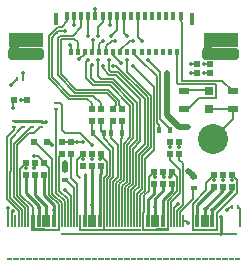
<source format=gbr>
G04 #@! TF.FileFunction,Copper,L1,Top,Signal*
%FSLAX46Y46*%
G04 Gerber Fmt 4.6, Leading zero omitted, Abs format (unit mm)*
G04 Created by KiCad (PCBNEW 4.0.6) date Tue Aug 22 16:56:35 2017*
%MOMM*%
%LPD*%
G01*
G04 APERTURE LIST*
%ADD10C,0.100000*%
%ADD11R,0.600000X0.400000*%
%ADD12R,0.500000X0.600000*%
%ADD13R,0.600000X0.500000*%
%ADD14R,0.400000X0.600000*%
%ADD15R,0.430000X0.280000*%
%ADD16R,3.000000X1.300000*%
%ADD17C,2.540000*%
%ADD18R,0.750000X0.800000*%
%ADD19R,0.280000X0.430000*%
%ADD20R,0.900000X0.500000*%
%ADD21R,0.350000X1.000000*%
%ADD22R,0.300000X0.600000*%
%ADD23R,0.300000X0.700000*%
%ADD24R,2.169160X0.254000*%
%ADD25R,5.207000X0.254000*%
%ADD26R,2.425700X0.254000*%
%ADD27R,0.127000X1.371600*%
%ADD28R,0.381000X1.371600*%
%ADD29R,0.127000X1.000000*%
%ADD30R,0.058000X0.086000*%
%ADD31R,0.635000X1.000000*%
%ADD32R,0.381000X1.000000*%
%ADD33R,0.203200X1.000000*%
%ADD34R,14.923287X0.254000*%
%ADD35C,0.355600*%
%ADD36C,0.127000*%
%ADD37C,0.508000*%
%ADD38C,0.254000*%
G04 APERTURE END LIST*
D10*
D11*
X143002000Y-93022000D03*
X143002000Y-93922000D03*
D12*
X144526000Y-92752000D03*
X144526000Y-91652000D03*
D13*
X140378000Y-90678000D03*
X141478000Y-90678000D03*
X138642000Y-87122000D03*
X139742000Y-87122000D03*
D12*
X152019000Y-94276000D03*
X152019000Y-93176000D03*
X146050000Y-88942000D03*
X146050000Y-87842000D03*
D14*
X146870000Y-89916000D03*
X147770000Y-89916000D03*
D15*
X140970000Y-89414000D03*
X140970000Y-88894000D03*
D16*
X139702540Y-82042000D03*
D17*
X155511500Y-90424000D03*
D16*
X156212540Y-82042000D03*
D12*
X145288000Y-88942000D03*
X145288000Y-87842000D03*
X147066000Y-88942000D03*
X147066000Y-87842000D03*
X147828000Y-88942000D03*
X147828000Y-87842000D03*
D18*
X155194000Y-87872000D03*
X155194000Y-86372000D03*
D12*
X139700000Y-93514000D03*
X139700000Y-92414000D03*
X140462000Y-93514000D03*
X140462000Y-92414000D03*
X141224000Y-93514000D03*
X141224000Y-92414000D03*
X142748000Y-91736000D03*
X142748000Y-90636000D03*
D13*
X155236000Y-84836000D03*
X154136000Y-84836000D03*
X155236000Y-84074000D03*
X154136000Y-84074000D03*
D12*
X143510000Y-91736000D03*
X143510000Y-90636000D03*
X145288000Y-92752000D03*
X145288000Y-91652000D03*
X146050000Y-92752000D03*
X146050000Y-91652000D03*
X150495000Y-94276000D03*
X150495000Y-93176000D03*
X151257000Y-94276000D03*
X151257000Y-93176000D03*
X151892000Y-91736000D03*
X151892000Y-90636000D03*
X152654000Y-91736000D03*
X152654000Y-90636000D03*
X156337000Y-93430000D03*
X156337000Y-94530000D03*
X155575000Y-93430000D03*
X155575000Y-94530000D03*
X157099000Y-93430000D03*
X157099000Y-94530000D03*
D15*
X142240000Y-87890000D03*
X142240000Y-87370000D03*
D19*
X157613000Y-96139000D03*
X157093000Y-96139000D03*
D14*
X145346000Y-89916000D03*
X146246000Y-89916000D03*
D20*
X157226000Y-87884000D03*
X157226000Y-86384000D03*
X153098500Y-87872000D03*
X153098500Y-86372000D03*
D15*
X138684000Y-89414000D03*
X138684000Y-88894000D03*
X139446000Y-89414000D03*
X139446000Y-88894000D03*
X140208000Y-89414000D03*
X140208000Y-88894000D03*
D11*
X153924000Y-94557000D03*
X153924000Y-93657000D03*
D14*
X151834000Y-89662000D03*
X150934000Y-89662000D03*
D19*
X139452000Y-85344000D03*
X138932000Y-85344000D03*
D21*
X153740492Y-80258000D03*
D22*
X151865492Y-83058000D03*
D23*
X151565492Y-79993000D03*
X152765492Y-79993000D03*
D22*
X152465492Y-83058000D03*
D23*
X152165492Y-79993000D03*
X150965492Y-79993000D03*
X150365492Y-79993000D03*
X149765492Y-79993000D03*
X149165492Y-79993000D03*
X148565492Y-79993000D03*
X147965492Y-79993000D03*
X147365492Y-79993000D03*
X146765492Y-79993000D03*
X146165492Y-79993000D03*
X145565492Y-79993000D03*
X144965492Y-79993000D03*
X144365492Y-79993000D03*
X143765492Y-79993000D03*
X143165492Y-79993000D03*
D22*
X151265492Y-83058000D03*
X150665492Y-83058000D03*
X150065492Y-83058000D03*
X149465492Y-83058000D03*
X148865492Y-83058000D03*
X148265492Y-83058000D03*
X147665492Y-83058000D03*
X147065492Y-83058000D03*
X146465492Y-83058000D03*
X145865492Y-83058000D03*
X145265492Y-83058000D03*
X144665492Y-83058000D03*
X144065492Y-83058000D03*
X143465492Y-83058000D03*
D21*
X142195492Y-80258000D03*
D24*
X150649940Y-98094800D03*
D25*
X146812000Y-98094800D03*
D24*
X154815540Y-98094800D03*
D26*
X141300200Y-98094800D03*
D27*
X142450820Y-97510600D03*
D28*
X140271500Y-97510600D03*
D27*
X146311620Y-97510600D03*
X149623780Y-97510600D03*
X151671020Y-97510600D03*
X144246600Y-97536000D03*
X155836620Y-97505520D03*
X153781760Y-97505520D03*
D29*
X152693370Y-97330260D03*
X152439116Y-97332800D03*
X149367748Y-97332800D03*
X149113494Y-97332800D03*
X148859240Y-97332800D03*
X148604986Y-97332800D03*
X148350732Y-97332800D03*
X148096478Y-97332800D03*
X147842224Y-97332800D03*
X147587970Y-97332800D03*
X147333716Y-97332800D03*
X147079462Y-97332800D03*
X146824700Y-97332800D03*
X146569430Y-97332800D03*
X143981424Y-97332800D03*
X143726916Y-97332800D03*
X143472662Y-97332800D03*
X143218408Y-97332800D03*
X142964154Y-97332800D03*
X142709900Y-97332800D03*
X157784800Y-97332800D03*
X152947624Y-97330260D03*
X152184862Y-97332800D03*
X151930354Y-97332800D03*
D30*
X138125200Y-100596700D03*
X138225200Y-100596700D03*
X138325200Y-100596700D03*
X138425200Y-100596700D03*
X138525200Y-100596700D03*
X138625200Y-100596700D03*
X138725200Y-100596700D03*
X138825200Y-100596700D03*
X138925200Y-100596700D03*
X139025200Y-100596700D03*
X139125200Y-100596700D03*
X139225200Y-100596700D03*
X139325200Y-100596700D03*
X139425200Y-100596700D03*
X139525200Y-100596700D03*
X139625200Y-100596700D03*
X139725200Y-100596700D03*
X139825200Y-100596700D03*
X139925200Y-100596700D03*
X140025200Y-100596700D03*
X140125200Y-100596700D03*
X140225200Y-100596700D03*
X140325200Y-100596700D03*
X140425200Y-100596700D03*
X140525200Y-100596700D03*
X140625200Y-100596700D03*
X140725200Y-100596700D03*
X140825200Y-100596700D03*
X140925200Y-100596700D03*
X141025200Y-100596700D03*
X141125200Y-100596700D03*
X141225200Y-100596700D03*
X141325200Y-100596700D03*
X141425200Y-100596700D03*
X141525200Y-100596700D03*
X141625200Y-100596700D03*
X141725200Y-100596700D03*
X141825200Y-100596700D03*
X141925200Y-100596700D03*
X142025200Y-100596700D03*
X142125200Y-100596700D03*
X142225200Y-100596700D03*
X142325200Y-100596700D03*
X142425200Y-100596700D03*
X142525200Y-100596700D03*
X142625200Y-100596700D03*
X142725200Y-100596700D03*
X142825200Y-100596700D03*
X142925200Y-100596700D03*
X143025200Y-100596700D03*
X143125200Y-100596700D03*
X143225200Y-100596700D03*
X143325200Y-100596700D03*
X143425200Y-100596700D03*
X143525200Y-100596700D03*
X143625200Y-100596700D03*
X143725200Y-100596700D03*
X143825200Y-100596700D03*
X143925200Y-100596700D03*
X144025200Y-100596700D03*
X144125200Y-100596700D03*
X144225200Y-100596700D03*
X144325200Y-100596700D03*
X144425200Y-100596700D03*
X144525200Y-100596700D03*
X144625200Y-100596700D03*
X144725200Y-100596700D03*
X144825200Y-100596700D03*
X144925200Y-100596700D03*
X145025200Y-100596700D03*
X145125200Y-100596700D03*
X145225200Y-100596700D03*
X145325200Y-100596700D03*
X145425200Y-100596700D03*
X145525200Y-100596700D03*
X145625200Y-100596700D03*
X145725200Y-100596700D03*
X145825200Y-100596700D03*
X145925200Y-100596700D03*
X146025200Y-100596700D03*
X146125200Y-100596700D03*
X146225200Y-100596700D03*
X146325200Y-100596700D03*
X146425200Y-100596700D03*
X146525200Y-100596700D03*
X146625200Y-100596700D03*
X146725200Y-100596700D03*
X146825200Y-100596700D03*
X146925200Y-100596700D03*
X147025200Y-100596700D03*
X147125200Y-100596700D03*
X147225200Y-100596700D03*
X147325200Y-100596700D03*
X147425200Y-100596700D03*
X147525200Y-100596700D03*
X147625200Y-100596700D03*
X147725200Y-100596700D03*
X147825200Y-100596700D03*
X147925200Y-100596700D03*
X148025200Y-100596700D03*
X148125200Y-100596700D03*
X148225200Y-100596700D03*
X148325200Y-100596700D03*
X148425200Y-100596700D03*
X148525200Y-100596700D03*
X148625200Y-100596700D03*
X148725200Y-100596700D03*
X148825200Y-100596700D03*
X148925200Y-100596700D03*
X149025200Y-100596700D03*
X149125200Y-100596700D03*
X149225200Y-100596700D03*
X149325200Y-100596700D03*
X149425200Y-100596700D03*
X149525200Y-100596700D03*
X149625200Y-100596700D03*
X149725200Y-100596700D03*
X149825200Y-100596700D03*
X149925200Y-100596700D03*
X150025200Y-100596700D03*
X150125200Y-100596700D03*
X150225200Y-100596700D03*
X150325200Y-100596700D03*
X150425200Y-100596700D03*
X150525200Y-100596700D03*
X150625200Y-100596700D03*
X150725200Y-100596700D03*
X150825200Y-100596700D03*
X150925200Y-100596700D03*
X151025200Y-100596700D03*
X151125200Y-100596700D03*
X151225200Y-100596700D03*
X151325200Y-100596700D03*
X151425200Y-100596700D03*
X151525200Y-100596700D03*
X151625200Y-100596700D03*
X151725200Y-100596700D03*
X151825200Y-100596700D03*
X151925200Y-100596700D03*
X152025200Y-100596700D03*
X152125200Y-100596700D03*
X152225200Y-100596700D03*
X152325200Y-100596700D03*
X152425200Y-100596700D03*
X152525200Y-100596700D03*
X152625200Y-100596700D03*
X152725200Y-100596700D03*
X152825200Y-100596700D03*
X152925200Y-100596700D03*
X153025200Y-100596700D03*
X153125200Y-100596700D03*
X153225200Y-100596700D03*
X153325200Y-100596700D03*
X153425200Y-100596700D03*
X153525200Y-100596700D03*
X153625200Y-100596700D03*
X153725200Y-100596700D03*
X153825200Y-100596700D03*
X153925200Y-100596700D03*
X154025200Y-100596700D03*
X154125200Y-100596700D03*
X154225200Y-100596700D03*
X154325200Y-100596700D03*
X154425200Y-100596700D03*
X154525200Y-100596700D03*
X154625200Y-100596700D03*
X154725200Y-100596700D03*
X154825200Y-100596700D03*
X154925200Y-100596700D03*
X155025200Y-100596700D03*
X155125200Y-100596700D03*
X155225200Y-100596700D03*
X155325200Y-100596700D03*
X155425200Y-100596700D03*
X155525200Y-100596700D03*
X155625200Y-100596700D03*
X155725200Y-100596700D03*
X155825200Y-100596700D03*
X155925200Y-100596700D03*
X156025200Y-100596700D03*
X156125200Y-100596700D03*
X156225200Y-100596700D03*
X156325200Y-100596700D03*
X156425200Y-100596700D03*
X156525200Y-100596700D03*
X156625200Y-100596700D03*
X156725200Y-100596700D03*
X156825200Y-100596700D03*
X156925200Y-100596700D03*
X157025200Y-100596700D03*
X157125200Y-100596700D03*
X157225200Y-100596700D03*
X157325200Y-100596700D03*
X157425200Y-100596700D03*
X157525200Y-100596700D03*
X157625200Y-100596700D03*
X157725200Y-100596700D03*
X157825200Y-100596700D03*
D31*
X145275300Y-97332800D03*
X150644860Y-97330260D03*
D32*
X150009860Y-97332800D03*
X151279860Y-97332800D03*
D31*
X154802840Y-97332800D03*
D32*
X154165300Y-97330260D03*
X155437840Y-97332800D03*
X144640300Y-97332800D03*
X145910300Y-97332800D03*
X142049500Y-97332800D03*
X140779500Y-97332800D03*
D31*
X141414500Y-97332800D03*
D29*
X138163300Y-97332800D03*
D33*
X138457940Y-97332800D03*
X138790680Y-97332800D03*
D29*
X139090400Y-97332800D03*
X139356338Y-97332800D03*
X139623800Y-97332800D03*
X139890246Y-97332800D03*
D34*
X150088600Y-98478340D03*
D30*
X154425200Y-100596700D03*
D35*
X152527000Y-95885000D03*
X157480000Y-83439000D03*
X156972000Y-83439000D03*
X156464000Y-83439000D03*
X155956000Y-83439000D03*
X155448000Y-83439000D03*
X154813000Y-83439000D03*
X153416000Y-93091000D03*
X154802840Y-96309362D03*
X150644860Y-96139000D03*
X154740802Y-84074000D03*
X154740802Y-84836000D03*
X145275300Y-96012000D03*
X141414500Y-96075500D03*
X157480000Y-82931000D03*
X156972000Y-82931000D03*
X156464000Y-82931000D03*
X155956000Y-82931000D03*
X155448000Y-82931000D03*
X154813000Y-82931000D03*
X143002000Y-92456000D03*
X143002000Y-94742000D03*
X141372119Y-88978487D03*
X140779500Y-96266000D03*
X148209000Y-81724500D03*
X148272500Y-83756500D03*
X148717000Y-82105500D03*
X148717000Y-84201000D03*
X146875500Y-81724500D03*
X146685000Y-83756500D03*
X147193000Y-82105500D03*
X147066000Y-84201000D03*
X145796000Y-81661000D03*
X145796000Y-83693000D03*
X146177000Y-82105500D03*
X146177000Y-84201000D03*
X144907000Y-81661000D03*
X144970500Y-83693000D03*
X145351500Y-82042000D03*
X145288000Y-84137500D03*
X156210000Y-97028000D03*
X155437840Y-96436362D03*
X142049500Y-96393000D03*
X141871668Y-90922893D03*
X150050500Y-83756500D03*
X149479000Y-82105500D03*
X145288000Y-90932000D03*
X153413458Y-97536000D03*
X138430000Y-85852000D03*
X138155443Y-96252296D03*
X138557000Y-87757000D03*
X138557000Y-96520000D03*
X143002000Y-81280000D03*
X143383000Y-82423000D03*
X153416000Y-89408000D03*
X151638000Y-84836000D03*
X146812000Y-80772000D03*
X143764000Y-80772000D03*
X144519565Y-90684435D03*
X145935690Y-92147198D03*
X147701000Y-83947000D03*
X144145000Y-83662802D03*
X145542000Y-79375000D03*
X156718000Y-96393000D03*
X140970000Y-83439000D03*
X140335000Y-83439000D03*
X139700000Y-83439000D03*
X139065000Y-83439000D03*
X138430000Y-83439000D03*
X144018000Y-90678000D03*
X157099000Y-93925198D03*
X156337000Y-93925198D03*
X155575000Y-93925198D03*
X152654000Y-91131198D03*
X151892000Y-91131198D03*
X140335000Y-92909198D03*
X151892000Y-93671198D03*
X151384000Y-93671198D03*
X150622000Y-93671198D03*
X153670000Y-84074000D03*
X153670000Y-84836000D03*
X145288000Y-92147198D03*
X144526000Y-92147198D03*
X139446000Y-84836000D03*
X139246802Y-87122000D03*
X140335000Y-91821000D03*
X139700000Y-92909198D03*
X140970000Y-82931000D03*
X140335000Y-82931000D03*
X139700000Y-82931000D03*
X139065000Y-82931000D03*
X138430000Y-82931000D03*
D36*
X152184862Y-96227138D02*
X152527000Y-95885000D01*
X152184862Y-97332800D02*
X152184862Y-96227138D01*
D37*
X157480000Y-83439000D02*
X157480000Y-82931000D01*
X155448000Y-83439000D02*
X154813000Y-83439000D01*
X156464000Y-83439000D02*
X155956000Y-83439000D01*
X157480000Y-83439000D02*
X156972000Y-83439000D01*
X156464000Y-83439000D02*
X156972000Y-83439000D01*
X155448000Y-83439000D02*
X155956000Y-83439000D01*
X154813000Y-82931000D02*
X154813000Y-83439000D01*
X153797000Y-93657000D02*
X153797000Y-93472000D01*
X153797000Y-93472000D02*
X153416000Y-93091000D01*
D38*
X150644860Y-96139000D02*
X150644860Y-95862140D01*
X150644860Y-97330260D02*
X150644860Y-96139000D01*
X156337000Y-94530000D02*
X156337000Y-94775202D01*
X156337000Y-94775202D02*
X154802840Y-96309362D01*
X154802840Y-96309362D02*
X154802840Y-96578800D01*
X154802840Y-96578800D02*
X154802840Y-97332800D01*
D36*
X155236000Y-84074000D02*
X154740802Y-84074000D01*
X155236000Y-84836000D02*
X154740802Y-84836000D01*
D38*
X151257000Y-94276000D02*
X151257000Y-94830000D01*
X151257000Y-94830000D02*
X150644860Y-95442140D01*
X150644860Y-95442140D02*
X150644860Y-95862140D01*
X145275300Y-96012000D02*
X145275300Y-94488000D01*
X145275300Y-94488000D02*
X145275300Y-94221300D01*
X145288000Y-92752000D02*
X145288000Y-94475300D01*
X145288000Y-94475300D02*
X145275300Y-94488000D01*
D37*
X143002000Y-93022000D02*
X143002000Y-92456000D01*
X156972000Y-82931000D02*
X157480000Y-82931000D01*
X155956000Y-82931000D02*
X156464000Y-82931000D01*
X154813000Y-82931000D02*
X155448000Y-82931000D01*
D38*
X145275300Y-97332800D02*
X145275300Y-96012000D01*
X140462000Y-93641000D02*
X140462000Y-95123000D01*
X140462000Y-95123000D02*
X141414500Y-96075500D01*
X141414500Y-96075500D02*
X141414500Y-97332800D01*
D37*
X156464000Y-82931000D02*
X156972000Y-82931000D01*
X155448000Y-82931000D02*
X155956000Y-82931000D01*
X156212540Y-82042000D02*
X155702000Y-82042000D01*
X155702000Y-82042000D02*
X154813000Y-82931000D01*
D36*
X143472662Y-95250000D02*
X143472662Y-95212662D01*
X143472662Y-95212662D02*
X143002000Y-94742000D01*
X143472662Y-97332800D02*
X143472662Y-95250000D01*
D38*
X144640300Y-93420300D02*
X144640300Y-97332800D01*
X150025111Y-95523059D02*
X150495000Y-95053170D01*
X150495000Y-94830000D02*
X150495000Y-94276000D01*
X150009860Y-97332800D02*
X150025111Y-97317549D01*
X150025111Y-97317549D02*
X150025111Y-95523059D01*
X150495000Y-95053170D02*
X150495000Y-94830000D01*
X155575000Y-94530000D02*
X155575000Y-94580000D01*
X154165300Y-95989700D02*
X154165300Y-96576260D01*
X155575000Y-94580000D02*
X154165300Y-95989700D01*
X154165300Y-96576260D02*
X154165300Y-97330260D01*
X141120672Y-88978487D02*
X141372119Y-88978487D01*
X140970000Y-88894000D02*
X141054487Y-88978487D01*
X141054487Y-88978487D02*
X141120672Y-88978487D01*
X138684000Y-88894000D02*
X139446000Y-88894000D01*
X139446000Y-88894000D02*
X140208000Y-88894000D01*
X140208000Y-88894000D02*
X140970000Y-88894000D01*
X140779500Y-96266000D02*
X140779500Y-97332800D01*
X140779500Y-96075500D02*
X140779500Y-96266000D01*
X139700000Y-93641000D02*
X139700000Y-94996000D01*
X139700000Y-94996000D02*
X140779500Y-96075500D01*
D36*
X152908000Y-80612508D02*
X152908000Y-85471000D01*
X152908000Y-85471000D02*
X156313000Y-85471000D01*
X152765492Y-80470000D02*
X152908000Y-80612508D01*
X152765492Y-79993000D02*
X152765492Y-80470000D01*
X156313000Y-85471000D02*
X157226000Y-86384000D01*
X157123000Y-86487000D02*
X157226000Y-86384000D01*
X152465492Y-85676336D02*
X152465492Y-83485000D01*
X155759501Y-85819599D02*
X155721401Y-85781499D01*
X155759501Y-86924401D02*
X155759501Y-85819599D01*
X155721401Y-86962501D02*
X155759501Y-86924401D01*
X152570655Y-85781499D02*
X152465492Y-85676336D01*
X154325499Y-86962501D02*
X155721401Y-86962501D01*
X155721401Y-85781499D02*
X152570655Y-85781499D01*
X152465492Y-83485000D02*
X152465492Y-83058000D01*
X153416000Y-87872000D02*
X154325499Y-86962501D01*
X143838396Y-86487000D02*
X146529898Y-86487000D01*
X146529898Y-86487000D02*
X147320000Y-87277102D01*
X142362990Y-85011594D02*
X143838396Y-86487000D01*
X142362990Y-81866406D02*
X142362990Y-85011594D01*
X142568396Y-81661000D02*
X142362990Y-81866406D01*
X143637000Y-81661000D02*
X144366000Y-80932000D01*
X144366000Y-80932000D02*
X144366000Y-79993000D01*
X142568396Y-81661000D02*
X143637000Y-81661000D01*
X147066000Y-87842000D02*
X147066000Y-87792000D01*
X147066000Y-87792000D02*
X147320000Y-87538000D01*
X147320000Y-87538000D02*
X147320000Y-87277102D01*
X149113494Y-97332800D02*
X149113494Y-95054886D01*
X148272500Y-84007947D02*
X148272500Y-83756500D01*
X148272500Y-84772500D02*
X148272500Y-84007947D01*
X150240956Y-86740956D02*
X148272500Y-84772500D01*
X150240956Y-91122544D02*
X150240956Y-86740956D01*
X149479078Y-91884422D02*
X150240956Y-91122544D01*
X149479078Y-94689302D02*
X149479078Y-91884422D01*
X149113494Y-95054886D02*
X149479078Y-94689302D01*
X148209000Y-81724500D02*
X147965492Y-81480992D01*
X147965492Y-81480992D02*
X147965492Y-79993000D01*
X150494967Y-91313033D02*
X150494967Y-85978967D01*
X149733088Y-92074912D02*
X150494967Y-91313033D01*
X149733088Y-94794516D02*
X149733088Y-92074912D01*
X149367621Y-95159983D02*
X149733088Y-94794516D01*
X149367621Y-96705673D02*
X149367621Y-95159983D01*
X149367748Y-96705800D02*
X149367621Y-96705673D01*
X149367748Y-97332800D02*
X149367748Y-96705800D01*
X148894799Y-84378799D02*
X148717000Y-84201000D01*
X150494967Y-85978967D02*
X148894799Y-84378799D01*
X148717000Y-82105500D02*
X148465553Y-82105500D01*
X148465553Y-82105500D02*
X147665492Y-82905561D01*
X147665492Y-82905561D02*
X147665492Y-83058000D01*
X149732934Y-87047538D02*
X147457896Y-84772500D01*
X147457896Y-84772500D02*
X146875500Y-84772500D01*
X146875500Y-84772500D02*
X146685000Y-84582000D01*
X148604986Y-94717962D02*
X148971058Y-94351890D01*
X148971058Y-94351890D02*
X148971058Y-91641321D01*
X148971058Y-91641321D02*
X149732934Y-90879445D01*
X149732934Y-90879445D02*
X149732934Y-87047538D01*
X146685000Y-84582000D02*
X146685000Y-84007947D01*
X148604986Y-97332800D02*
X148604986Y-94717962D01*
X146685000Y-84007947D02*
X146685000Y-83756500D01*
X146875500Y-81724500D02*
X147365492Y-81234508D01*
X147365492Y-81234508D02*
X147365492Y-79993000D01*
X146685000Y-83883500D02*
X146685000Y-83756500D01*
X148859240Y-94822933D02*
X149225068Y-94457105D01*
X149225068Y-94457105D02*
X149225068Y-91746536D01*
X149225068Y-91746536D02*
X149986945Y-90984659D01*
X149986945Y-90984659D02*
X149986945Y-86870498D01*
X149986945Y-86870498D02*
X147317447Y-84201000D01*
X147317447Y-84201000D02*
X147066000Y-84201000D01*
X148859240Y-97332800D02*
X148859240Y-94822933D01*
X147193000Y-82105500D02*
X146941553Y-82105500D01*
X146941553Y-82105500D02*
X146465492Y-82581561D01*
X146465492Y-82581561D02*
X146465492Y-82631000D01*
X146465492Y-82631000D02*
X146465492Y-83058000D01*
X148463038Y-94141460D02*
X148463038Y-91133341D01*
X148463038Y-91133341D02*
X149097989Y-90498391D01*
X149097989Y-90498391D02*
X149097989Y-87397764D01*
X149097989Y-87397764D02*
X147044214Y-85343989D01*
X147044214Y-85343989D02*
X146049989Y-85343989D01*
X146049989Y-85343989D02*
X145796000Y-85090000D01*
X148096478Y-97332800D02*
X148096478Y-94508020D01*
X148096478Y-94508020D02*
X148463038Y-94141460D01*
X145796000Y-85090000D02*
X145796000Y-83944447D01*
X145796000Y-83944447D02*
X145796000Y-83693000D01*
X145796000Y-80899000D02*
X146165492Y-80529508D01*
X146165492Y-80529508D02*
X146165492Y-79993000D01*
X145796000Y-81661000D02*
X145796000Y-80899000D01*
X148350732Y-97332800D02*
X148350732Y-94612991D01*
X148350732Y-94612991D02*
X148717048Y-94246675D01*
X148717048Y-91238556D02*
X149352000Y-90603605D01*
X149352000Y-90603605D02*
X149352000Y-87058500D01*
X149352000Y-87058500D02*
X147320000Y-85026500D01*
X147320000Y-85026500D02*
X146751053Y-85026500D01*
X146751053Y-85026500D02*
X146177000Y-84452447D01*
X148717048Y-94246675D02*
X148717048Y-91238556D01*
X146177000Y-84452447D02*
X146177000Y-84201000D01*
X146177000Y-82105500D02*
X145865492Y-82417008D01*
X145865492Y-82417008D02*
X145865492Y-83058000D01*
X145351500Y-85852000D02*
X144792701Y-85293201D01*
X144792701Y-85293201D02*
X144792701Y-83870799D01*
X147587970Y-97332800D02*
X147587970Y-94250873D01*
X147587970Y-94250873D02*
X147955017Y-93883826D01*
X147955017Y-93883826D02*
X147955018Y-90830604D01*
X147955018Y-90830604D02*
X148522491Y-90263132D01*
X148522491Y-90263132D02*
X148522491Y-87615095D01*
X148522491Y-87615095D02*
X146759396Y-85852000D01*
X146759396Y-85852000D02*
X145351500Y-85852000D01*
X144792701Y-83870799D02*
X144970500Y-83693000D01*
X144907000Y-81661000D02*
X144907000Y-80051492D01*
X144907000Y-80051492D02*
X144965492Y-79993000D01*
X145034000Y-80061000D02*
X144966000Y-79993000D01*
X147842224Y-97332800D02*
X147842224Y-94399381D01*
X147842224Y-94399381D02*
X148209028Y-94032577D01*
X148209028Y-94032577D02*
X148209028Y-90935819D01*
X148209028Y-90935819D02*
X148776502Y-90368346D01*
X148776502Y-90368346D02*
X148776502Y-87435502D01*
X148776502Y-87435502D02*
X146939000Y-85598000D01*
X146939000Y-85598000D02*
X146864621Y-85598000D01*
X146864621Y-85598000D02*
X146050000Y-85598000D01*
X145351500Y-82042000D02*
X145351500Y-82971992D01*
X145351500Y-82971992D02*
X145265492Y-83058000D01*
X145224500Y-85280500D02*
X145224500Y-84201000D01*
X145224500Y-84201000D02*
X145288000Y-84137500D01*
X145542000Y-85598000D02*
X145224500Y-85280500D01*
X146050000Y-85598000D02*
X145542000Y-85598000D01*
X146050000Y-85598000D02*
X146028224Y-85598000D01*
D38*
X156210000Y-97028000D02*
X156210000Y-98343722D01*
X156210000Y-98343722D02*
X156100782Y-98452940D01*
X141693869Y-90745094D02*
X141871668Y-90922893D01*
X151279860Y-97332800D02*
X151279860Y-95569140D01*
X151279860Y-95569140D02*
X152019000Y-94830000D01*
X155437840Y-96436362D02*
X155437840Y-97332800D01*
X152019000Y-94830000D02*
X152019000Y-94276000D01*
X155437840Y-96436362D02*
X157099000Y-94775202D01*
X157099000Y-94775202D02*
X157099000Y-94530000D01*
X145910300Y-97332800D02*
X145910300Y-93445700D01*
X145910300Y-93445700D02*
X146050000Y-93306000D01*
X146050000Y-93306000D02*
X146050000Y-92752000D01*
X141626775Y-90678000D02*
X141693869Y-90745094D01*
X141478000Y-90678000D02*
X141626775Y-90678000D01*
X142049500Y-96393000D02*
X142049500Y-96578800D01*
X142049500Y-96016528D02*
X142049500Y-96393000D01*
X142049500Y-96578800D02*
X142049500Y-97332800D01*
X141224000Y-95191028D02*
X142049500Y-96016528D01*
X141224000Y-93641000D02*
X141224000Y-95191028D01*
D36*
X151002989Y-84708989D02*
X151002989Y-88138000D01*
X151002989Y-88138000D02*
X151002989Y-88286489D01*
X151834000Y-89662000D02*
X151834000Y-89562000D01*
X151834000Y-89562000D02*
X151002989Y-88730989D01*
X151002989Y-88730989D02*
X151002989Y-88138000D01*
X150050500Y-83756500D02*
X151002989Y-84708989D01*
X149165492Y-79993000D02*
X149165492Y-81791992D01*
X149165492Y-81791992D02*
X149479000Y-82105500D01*
X150748978Y-85091486D02*
X149352000Y-83694508D01*
X150748978Y-89049978D02*
X150748978Y-85091486D01*
X150934000Y-89235000D02*
X150748978Y-89049978D01*
X150934000Y-89662000D02*
X150934000Y-89235000D01*
X149352000Y-83694508D02*
X149353508Y-83694508D01*
X148865492Y-83058000D02*
X148865492Y-83208000D01*
X148865492Y-83208000D02*
X149352000Y-83694508D01*
X143002000Y-89916000D02*
X144272000Y-89916000D01*
X144272000Y-89916000D02*
X144955499Y-90599499D01*
X142748000Y-89662000D02*
X143002000Y-89916000D01*
X142748000Y-87536000D02*
X142748000Y-89662000D01*
X142582000Y-87370000D02*
X142748000Y-87536000D01*
X144955499Y-90599499D02*
X145288000Y-90932000D01*
X142240000Y-87370000D02*
X142582000Y-87370000D01*
X152947624Y-97330260D02*
X153207718Y-97330260D01*
X153207718Y-97330260D02*
X153413458Y-97536000D01*
X138430000Y-85852000D02*
X138938000Y-85344000D01*
X138155443Y-96503743D02*
X138155443Y-96252296D01*
X138155443Y-97197943D02*
X138155443Y-96503743D01*
X138163300Y-97205800D02*
X138155443Y-97197943D01*
X143943604Y-86233000D02*
X146635106Y-86233000D01*
X146635106Y-86233000D02*
X147574000Y-87171894D01*
X142616990Y-84906386D02*
X143943604Y-86233000D01*
X142616990Y-81971630D02*
X142616990Y-84906386D01*
X142673620Y-81915000D02*
X142616990Y-81971630D01*
X143764000Y-81915000D02*
X144066000Y-82217000D01*
X144066000Y-82217000D02*
X144066000Y-83058000D01*
X142673620Y-81915000D02*
X143764000Y-81915000D01*
X147828000Y-87792000D02*
X147574000Y-87538000D01*
X147828000Y-87842000D02*
X147828000Y-87792000D01*
X147574000Y-87538000D02*
X147574000Y-87171894D01*
X143218408Y-96705800D02*
X143218408Y-95503496D01*
X143218408Y-95503496D02*
X143217396Y-95503496D01*
X143217396Y-95503496D02*
X142511499Y-94797599D01*
X142511499Y-94797599D02*
X142511499Y-91972501D01*
X142511499Y-91972501D02*
X142748000Y-91736000D01*
X143218408Y-97332800D02*
X143218408Y-96705800D01*
X143218408Y-96705800D02*
X143218652Y-96705556D01*
X143510000Y-92335368D02*
X143510000Y-91482000D01*
X143981424Y-97332800D02*
X143981424Y-94197424D01*
X143981424Y-94197424D02*
X143510000Y-93726000D01*
X143510000Y-93726000D02*
X143510000Y-92335368D01*
X151892000Y-92202000D02*
X151892000Y-92163000D01*
X152713512Y-93023512D02*
X151892000Y-92202000D01*
X151930354Y-95741422D02*
X152713512Y-94958264D01*
X151930354Y-97332800D02*
X151930354Y-95741422D01*
X152713512Y-94958264D02*
X152713512Y-93023512D01*
X151892000Y-92163000D02*
X151892000Y-91736000D01*
X152439116Y-96705800D02*
X152439116Y-97332800D01*
X152439116Y-96517972D02*
X152439116Y-96705800D01*
X152971489Y-95985599D02*
X152439116Y-96517972D01*
X152971489Y-92480489D02*
X152971489Y-95985599D01*
X152654000Y-92163000D02*
X152971489Y-92480489D01*
X152654000Y-91736000D02*
X152654000Y-92163000D01*
X138557000Y-87757000D02*
X138557000Y-87207000D01*
X138557000Y-87207000D02*
X138642000Y-87122000D01*
X138457940Y-97332800D02*
X138457940Y-96619060D01*
X138457940Y-96619060D02*
X138557000Y-96520000D01*
X141605000Y-85269604D02*
X141605000Y-81735396D01*
X143166000Y-80470000D02*
X143166000Y-79993000D01*
X145288000Y-87842000D02*
X145288000Y-87415000D01*
X142687499Y-80948501D02*
X143166000Y-80470000D01*
X145288000Y-87415000D02*
X144868021Y-86995021D01*
X142391895Y-80948501D02*
X142687499Y-80948501D01*
X144868021Y-86995021D02*
X143330416Y-86995020D01*
X143330416Y-86995020D02*
X141605000Y-85269604D01*
X141605000Y-81735396D02*
X142391895Y-80948501D01*
X146050000Y-87842000D02*
X146050000Y-87415000D01*
X141859000Y-81840604D02*
X142165612Y-81534008D01*
X146050000Y-87415000D02*
X145376011Y-86741011D01*
X145376011Y-86741011D02*
X143435615Y-86741011D01*
X143435615Y-86741011D02*
X141859000Y-85164396D01*
X141859000Y-85164396D02*
X141859000Y-81840604D01*
X142165612Y-81534008D02*
X142292604Y-81407000D01*
X143002000Y-81280000D02*
X142419620Y-81280000D01*
X142419620Y-81280000D02*
X142165612Y-81534008D01*
X143466000Y-83058000D02*
X143466000Y-82506000D01*
X143466000Y-82506000D02*
X143383000Y-82423000D01*
X147333462Y-94146158D02*
X147333716Y-94146412D01*
X147333716Y-94146412D02*
X147333716Y-97332800D01*
X147770000Y-89916000D02*
X147770000Y-90343000D01*
X147770000Y-90343000D02*
X147701007Y-90411993D01*
X147701007Y-90411993D02*
X147701007Y-93778613D01*
X147701007Y-93778613D02*
X147333462Y-94146158D01*
X147770000Y-89916000D02*
X147770000Y-89000000D01*
X147770000Y-89000000D02*
X147828000Y-88942000D01*
X147079208Y-94041188D02*
X147079462Y-94041442D01*
X147079462Y-94041442D02*
X147079462Y-97332800D01*
X146870000Y-89916000D02*
X146870000Y-89138000D01*
X146870000Y-89138000D02*
X147066000Y-88942000D01*
X146870000Y-89916000D02*
X146870000Y-90343000D01*
X146870000Y-90343000D02*
X147446998Y-90919998D01*
X147446998Y-90919998D02*
X147446998Y-91427998D01*
X147446998Y-91588778D02*
X147446998Y-92202000D01*
X147446998Y-92202000D02*
X147446998Y-93673382D01*
X147446998Y-91427998D02*
X147446998Y-92202000D01*
X147446998Y-93673398D02*
X147446990Y-93673390D01*
X147446990Y-93673390D02*
X147079208Y-94041188D01*
X147446998Y-93673382D02*
X147446990Y-93673390D01*
X146824700Y-97332800D02*
X146824700Y-96705800D01*
X146824700Y-96705800D02*
X146825208Y-96705292D01*
X146825208Y-96705292D02*
X146825208Y-93892396D01*
X146050000Y-88942000D02*
X146050000Y-89720000D01*
X146050000Y-89720000D02*
X146246000Y-89916000D01*
X146825208Y-93892396D02*
X147066000Y-93651604D01*
X147066000Y-93651604D02*
X147066000Y-91163000D01*
X147066000Y-91163000D02*
X146246000Y-90343000D01*
X146246000Y-90343000D02*
X146246000Y-89916000D01*
X145346000Y-90016000D02*
X145346000Y-89916000D01*
X146811989Y-91481989D02*
X145346000Y-90016000D01*
X146811989Y-93546391D02*
X146811989Y-91481989D01*
X146569430Y-93788950D02*
X146811989Y-93546391D01*
X146569430Y-97332800D02*
X146569430Y-93788950D01*
X145288000Y-88942000D02*
X145288000Y-89858000D01*
X145288000Y-89858000D02*
X145346000Y-89916000D01*
X157784800Y-97332800D02*
X157784800Y-96310800D01*
X157784800Y-96310800D02*
X157613000Y-96139000D01*
X140378000Y-90678000D02*
X140462000Y-90678000D01*
X140462000Y-90678000D02*
X141918512Y-92134512D01*
X141918512Y-92134512D02*
X141918512Y-95055512D01*
X141918512Y-95055512D02*
X142709900Y-95846900D01*
X142709900Y-95846900D02*
X142709900Y-97332800D01*
X142964154Y-97332800D02*
X142964154Y-95707454D01*
X142964154Y-95707454D02*
X142240000Y-94983300D01*
X142240000Y-94983300D02*
X142240000Y-87890000D01*
X157226000Y-87884000D02*
X157226000Y-88709500D01*
X157226000Y-88709500D02*
X155511500Y-90424000D01*
X155194000Y-90106500D02*
X155511500Y-90424000D01*
X157226000Y-87884000D02*
X155333000Y-87884000D01*
X155333000Y-87884000D02*
X155194000Y-87745000D01*
X155194000Y-86245000D02*
X153543000Y-86245000D01*
X153543000Y-86245000D02*
X153416000Y-86372000D01*
X155194000Y-86245000D02*
X154692000Y-86245000D01*
X146311620Y-97510600D02*
X146311620Y-93687536D01*
X149707600Y-95179228D02*
X150054499Y-94832329D01*
X149623780Y-96697800D02*
X149707600Y-96613980D01*
X149623780Y-97510600D02*
X149623780Y-96697800D01*
X149707600Y-96613980D02*
X149707600Y-95179228D01*
D37*
X151638000Y-88392000D02*
X152654000Y-89408000D01*
X152654000Y-89408000D02*
X153416000Y-89408000D01*
X151638000Y-84836000D02*
X151638000Y-88392000D01*
D36*
X146765492Y-79993000D02*
X146765492Y-80725492D01*
X146765492Y-80725492D02*
X146812000Y-80772000D01*
X143765492Y-79993000D02*
X143765492Y-80770508D01*
X143765492Y-80770508D02*
X143764000Y-80772000D01*
X144471130Y-90636000D02*
X144519565Y-90684435D01*
X142748000Y-90636000D02*
X144471130Y-90636000D01*
X145981802Y-92147198D02*
X145935690Y-92147198D01*
X146050000Y-91652000D02*
X146050000Y-92079000D01*
X146050000Y-92079000D02*
X145981802Y-92147198D01*
X147065492Y-83058000D02*
X147065492Y-83311492D01*
X147065492Y-83311492D02*
X147701000Y-83947000D01*
X144665492Y-83058000D02*
X144665492Y-83208000D01*
X144665492Y-83208000D02*
X144210690Y-83662802D01*
X144210690Y-83662802D02*
X144145000Y-83662802D01*
X145565492Y-79993000D02*
X145565492Y-79398492D01*
X145565492Y-79398492D02*
X145542000Y-79375000D01*
X142450820Y-96393000D02*
X142450820Y-97510600D01*
X140271500Y-97510600D02*
X140271500Y-97858202D01*
X140271500Y-97858202D02*
X140482698Y-98069400D01*
X140482698Y-98069400D02*
X141300200Y-98069400D01*
X150649940Y-98069400D02*
X151576662Y-98069400D01*
X151576662Y-98069400D02*
X151671020Y-97975042D01*
X151671020Y-97975042D02*
X151671020Y-97510600D01*
X157093000Y-96139000D02*
X156972000Y-96139000D01*
X156972000Y-96139000D02*
X156718000Y-96393000D01*
X155836620Y-97505520D02*
X155836620Y-96692720D01*
X155836620Y-96692720D02*
X157539501Y-94989839D01*
X157539501Y-94989839D02*
X157539501Y-93920501D01*
X150054499Y-93666501D02*
X150495000Y-93226000D01*
X150054499Y-94832329D02*
X150054499Y-93666501D01*
X150495000Y-93226000D02*
X150495000Y-93176000D01*
D37*
X140970000Y-83439000D02*
X140970000Y-82931000D01*
X139065000Y-83439000D02*
X138430000Y-83439000D01*
X140335000Y-83439000D02*
X139700000Y-83439000D01*
X140335000Y-83439000D02*
X140970000Y-83439000D01*
X139065000Y-83439000D02*
X139700000Y-83439000D01*
X138430000Y-82931000D02*
X138430000Y-83439000D01*
D36*
X143510000Y-90636000D02*
X143976000Y-90636000D01*
X143976000Y-90636000D02*
X144018000Y-90678000D01*
X157099000Y-93430000D02*
X157099000Y-93925198D01*
X156337000Y-93430000D02*
X156337000Y-93925198D01*
X155575000Y-93430000D02*
X155575000Y-93925198D01*
X152654000Y-90636000D02*
X152654000Y-91131198D01*
X151892000Y-90636000D02*
X151892000Y-91131198D01*
X140462000Y-92414000D02*
X140462000Y-92782198D01*
X140462000Y-92782198D02*
X140335000Y-92909198D01*
X152459501Y-93666501D02*
X152019000Y-93226000D01*
X152459501Y-94853050D02*
X152459501Y-93666501D01*
X151671020Y-95641531D02*
X152459501Y-94853050D01*
X152019000Y-93226000D02*
X152019000Y-93176000D01*
X151671020Y-97510600D02*
X151671020Y-95641531D01*
X152019000Y-93176000D02*
X152019000Y-93544198D01*
X152019000Y-93544198D02*
X151892000Y-93671198D01*
X151257000Y-93176000D02*
X151257000Y-93544198D01*
X151257000Y-93544198D02*
X151384000Y-93671198D01*
X150495000Y-93176000D02*
X150495000Y-93544198D01*
X150495000Y-93544198D02*
X150622000Y-93671198D01*
X154940000Y-94742000D02*
X154940000Y-94115000D01*
X154940000Y-94115000D02*
X155575000Y-93480000D01*
X155575000Y-93480000D02*
X155575000Y-93430000D01*
X153781760Y-95900240D02*
X154940000Y-94742000D01*
X153781760Y-97505520D02*
X153781760Y-95900240D01*
X157099000Y-93480000D02*
X157099000Y-93430000D01*
X155836620Y-97505520D02*
X155836620Y-96883220D01*
X157539501Y-93920501D02*
X157099000Y-93480000D01*
X146557978Y-93441178D02*
X146311620Y-93687536D01*
X146557978Y-92412426D02*
X146557978Y-93441178D01*
X146050000Y-91652000D02*
X146050000Y-91904448D01*
X146050000Y-91904448D02*
X146557978Y-92412426D01*
X143510000Y-90382000D02*
X143510000Y-90424000D01*
X154136000Y-84074000D02*
X153670000Y-84074000D01*
X154136000Y-84836000D02*
X153670000Y-84836000D01*
X144259300Y-93713300D02*
X144018000Y-93472000D01*
X144018000Y-93472000D02*
X144018000Y-92210000D01*
X144018000Y-92210000D02*
X144526000Y-91702000D01*
X144526000Y-91702000D02*
X144526000Y-91652000D01*
X145288000Y-91652000D02*
X145288000Y-92147198D01*
X144526000Y-91652000D02*
X144526000Y-92147198D01*
D37*
X139700000Y-82931000D02*
X140335000Y-82931000D01*
X139065000Y-82931000D02*
X139700000Y-82931000D01*
X138430000Y-82931000D02*
X139065000Y-82931000D01*
D36*
X139452000Y-85344000D02*
X139452000Y-84842000D01*
X139452000Y-84842000D02*
X139446000Y-84836000D01*
X139742000Y-87122000D02*
X139246802Y-87122000D01*
X140716000Y-91821000D02*
X140335000Y-91821000D01*
X141224000Y-92329000D02*
X140716000Y-91821000D01*
X141224000Y-92414000D02*
X141224000Y-92329000D01*
X139700000Y-92414000D02*
X139700000Y-92909198D01*
X142450820Y-95968820D02*
X142450820Y-96393000D01*
X141664501Y-95182501D02*
X142450820Y-95968820D01*
X141224000Y-92464000D02*
X141664501Y-92904501D01*
X141224000Y-92414000D02*
X141224000Y-92464000D01*
X141664501Y-92904501D02*
X141664501Y-95182501D01*
X139192000Y-92972000D02*
X139192000Y-95123000D01*
X139700000Y-92414000D02*
X139700000Y-92464000D01*
X139700000Y-92464000D02*
X139192000Y-92972000D01*
X140271500Y-97510600D02*
X140271500Y-96774000D01*
X140271500Y-96774000D02*
X140271500Y-96697800D01*
X139192000Y-95123000D02*
X140271500Y-96202500D01*
X140271500Y-96202500D02*
X140271500Y-96774000D01*
D37*
X140335000Y-82931000D02*
X140970000Y-82931000D01*
X139702540Y-82042000D02*
X139319000Y-82042000D01*
X139319000Y-82042000D02*
X138430000Y-82931000D01*
D36*
X139356338Y-97205800D02*
X139356338Y-96430338D01*
X138385473Y-93132751D02*
X138385473Y-90399527D01*
X139371000Y-89414000D02*
X139446000Y-89414000D01*
X139356338Y-96430338D02*
X138366472Y-95440472D01*
X138366472Y-95440472D02*
X138366471Y-93151753D01*
X138366471Y-93151753D02*
X138385473Y-93132751D01*
X138385473Y-90399527D02*
X139371000Y-89414000D01*
X139623800Y-96578800D02*
X139623800Y-97205800D01*
X138683978Y-91205022D02*
X138683978Y-95355202D01*
X138684011Y-91204989D02*
X138683978Y-91205022D01*
X139623800Y-96295024D02*
X139623800Y-96578800D01*
X138683978Y-95355202D02*
X139623800Y-96295024D01*
X138683989Y-91204967D02*
X138684011Y-91204989D01*
X138683989Y-90805011D02*
X138683989Y-91204967D01*
X140075000Y-89414000D02*
X138683989Y-90805011D01*
X140208000Y-89414000D02*
X140075000Y-89414000D01*
X138684011Y-91204989D02*
X138684000Y-91204978D01*
X138937989Y-92537108D02*
X138938021Y-92537076D01*
X138937989Y-95249989D02*
X138937989Y-92537108D01*
X139890246Y-96202246D02*
X138937989Y-95249989D01*
X139890246Y-97205800D02*
X139890246Y-96202246D01*
X140895000Y-89414000D02*
X140393000Y-89916000D01*
X138938000Y-90932000D02*
X138938000Y-91099754D01*
X138938021Y-92537076D02*
X138938022Y-92537076D01*
X140970000Y-89414000D02*
X140895000Y-89414000D01*
X140393000Y-89916000D02*
X139954000Y-89916000D01*
X139954000Y-89916000D02*
X138938000Y-90932000D01*
X138938000Y-91099754D02*
X138938021Y-91099775D01*
X138938021Y-91099775D02*
X138938021Y-91861775D01*
X138938021Y-91861775D02*
X138938021Y-92537076D01*
X153797000Y-95519313D02*
X153797000Y-94884000D01*
X153797000Y-94884000D02*
X153797000Y-94557000D01*
X152693370Y-96622943D02*
X153797000Y-95519313D01*
X152693370Y-97330260D02*
X152693370Y-96622943D01*
X138684000Y-89681000D02*
X138684000Y-89414000D01*
X138112463Y-95545687D02*
X138112463Y-90252537D01*
X139090400Y-96523624D02*
X138112463Y-95545687D01*
X139090400Y-97205800D02*
X139090400Y-96523624D01*
X138112463Y-90252537D02*
X138684000Y-89681000D01*
X143002000Y-93922000D02*
X143102000Y-93922000D01*
X143102000Y-93922000D02*
X143726916Y-94546916D01*
X143726916Y-94546916D02*
X143726916Y-94958916D01*
X143726916Y-97332800D02*
X143726916Y-94958916D01*
M02*

</source>
